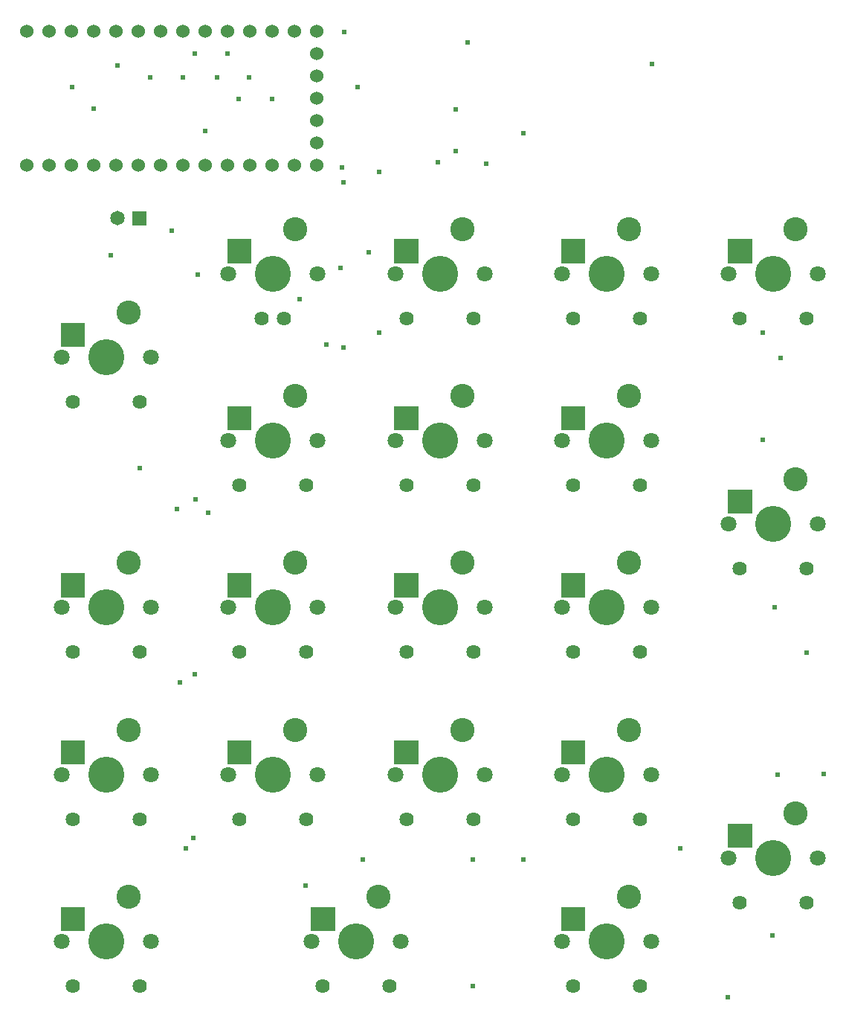
<source format=gbr>
G04 start of page 3 for group 1 idx 1 *
G04 Title: SFT-HW-0023, ground *
G04 Creator: pcb 20110918 *
G04 CreationDate: Fri 17 Apr 2015 10:20:38 PM GMT UTC *
G04 For: tgack *
G04 Format: Gerber/RS-274X *
G04 PCB-Dimensions: 380630 455118 *
G04 PCB-Coordinate-Origin: lower left *
%MOIN*%
%FSLAX25Y25*%
%LNGROUP1*%
%ADD45C,0.1575*%
%ADD44C,0.1440*%
%ADD43C,0.0430*%
%ADD42C,0.0400*%
%ADD41C,0.0669*%
%ADD40C,0.0350*%
%ADD39C,0.0120*%
%ADD38C,0.0240*%
%ADD37C,0.1615*%
%ADD36C,0.0650*%
%ADD35C,0.0001*%
%ADD34C,0.0640*%
%ADD33C,0.1080*%
%ADD32C,0.0709*%
%ADD31C,0.0600*%
%ADD30C,0.0100*%
G54D30*X100354Y350551D02*X99409Y349606D01*
G54D31*X5000Y389118D03*
X15000D03*
X25000D03*
X35000D03*
X45000D03*
G54D32*X60551Y303149D03*
G54D33*X50551Y323149D03*
G54D34*X55551Y283149D03*
G54D35*G36*
X20151Y318549D02*Y307749D01*
X30951D01*
Y318549D01*
X20151D01*
G37*
G36*
X52222Y368525D02*Y362025D01*
X58722D01*
Y368525D01*
X52222D01*
G37*
G54D36*X45472Y365275D03*
G54D31*X55000Y389118D03*
X65000D03*
X75000D03*
X85000D03*
X95000D03*
X105000D03*
X115000Y449118D03*
X105000D03*
X95000D03*
X85000D03*
X75000D03*
X65000D03*
X55000D03*
X45000D03*
X35000D03*
X25000D03*
X15000D03*
X5000D03*
G54D37*X115354Y340551D03*
G54D34*X120354Y320551D03*
X110354D03*
G54D33*X125354Y285748D03*
G54D32*X95354Y340551D03*
G54D35*G36*
X94954Y355951D02*Y345151D01*
X105754D01*
Y355951D01*
X94954D01*
G37*
G54D32*X95354Y265748D03*
G54D35*G36*
X94954Y281148D02*Y270348D01*
X105754D01*
Y281148D01*
X94954D01*
G37*
G54D34*X100354Y245748D03*
G54D37*X40551Y303149D03*
Y190945D03*
Y116142D03*
Y41338D03*
G54D32*X20551Y303149D03*
G54D34*X25551Y283149D03*
G54D32*X60551Y190945D03*
G54D33*X50551Y210945D03*
G54D34*X55551Y170945D03*
G54D32*X60551Y116142D03*
G54D33*X50551Y136142D03*
G54D32*X20551Y190945D03*
G54D35*G36*
X20151Y206345D02*Y195545D01*
X30951D01*
Y206345D01*
X20151D01*
G37*
G54D34*X25551Y170945D03*
G54D32*X20551Y116142D03*
G54D35*G36*
X20151Y131542D02*Y120742D01*
X30951D01*
Y131542D01*
X20151D01*
G37*
G54D34*X55551Y96142D03*
G54D32*X60551Y41338D03*
G54D33*X50551Y61338D03*
G54D34*X55551Y21338D03*
X25551Y96142D03*
G54D32*X20551Y41338D03*
G54D35*G36*
X20151Y56738D02*Y45938D01*
X30951D01*
Y56738D01*
X20151D01*
G37*
G54D34*X25551Y21338D03*
G54D37*X115354Y265748D03*
G54D34*X130354Y245748D03*
G54D37*X115354Y190945D03*
G54D33*X125354Y210945D03*
G54D37*X115354Y116142D03*
G54D33*X125354Y136142D03*
G54D32*X95354Y190945D03*
G54D34*X100354Y170945D03*
G54D32*X95354Y116142D03*
G54D35*G36*
X94954Y131542D02*Y120742D01*
X105754D01*
Y131542D01*
X94954D01*
G37*
G54D34*X100354Y96142D03*
G54D32*X135354Y190945D03*
G54D34*X130354Y170945D03*
G54D35*G36*
X94954Y206345D02*Y195545D01*
X105754D01*
Y206345D01*
X94954D01*
G37*
G54D32*X135354Y116142D03*
G54D34*X130354Y96142D03*
G54D32*X132756Y41338D03*
G54D35*G36*
X132356Y56738D02*Y45938D01*
X143156D01*
Y56738D01*
X132356D01*
G37*
G54D34*X137756Y21338D03*
G54D37*X264961Y190945D03*
X190157D03*
G54D32*X170157D03*
X210157D03*
G54D35*G36*
X169757Y206345D02*Y195545D01*
X180557D01*
Y206345D01*
X169757D01*
G37*
G54D33*X200157Y210945D03*
G54D32*X244961Y190945D03*
G54D34*X249961Y170945D03*
X205157D03*
X175157D03*
G54D32*X284961Y190945D03*
G54D33*X274961Y210945D03*
G54D34*X279961Y170945D03*
G54D32*X284961Y265748D03*
G54D33*X274961Y285748D03*
G54D34*X279961Y245748D03*
G54D35*G36*
X244561Y206345D02*Y195545D01*
X255361D01*
Y206345D01*
X244561D01*
G37*
G54D37*X264961Y265748D03*
G54D32*X244961D03*
G54D35*G36*
X244561Y281148D02*Y270348D01*
X255361D01*
Y281148D01*
X244561D01*
G37*
G54D34*X249961Y245748D03*
G54D37*X339764Y228346D03*
G54D32*X359764D03*
G54D33*X349764Y248346D03*
G54D34*X354764Y208346D03*
G54D32*X319764Y228346D03*
G54D35*G36*
X319364Y243746D02*Y232946D01*
X330164D01*
Y243746D01*
X319364D01*
G37*
G54D34*X324764Y208346D03*
G54D32*X244961Y41338D03*
G54D34*X279961Y21338D03*
X249961D03*
G54D37*X264961Y41338D03*
G54D32*X284961D03*
G54D35*G36*
X244561Y56738D02*Y45938D01*
X255361D01*
Y56738D01*
X244561D01*
G37*
G54D33*X274961Y61338D03*
G54D37*X339764Y78740D03*
G54D32*X319764D03*
G54D34*X324764Y58740D03*
G54D32*X359764Y78740D03*
G54D33*X349764Y98740D03*
G54D34*X354764Y58740D03*
G54D35*G36*
X319364Y94140D02*Y83340D01*
X330164D01*
Y94140D01*
X319364D01*
G37*
G54D37*X190157Y116142D03*
G54D32*X210157D03*
G54D33*X200157Y136142D03*
G54D34*X205157Y96142D03*
G54D32*X170157Y116142D03*
G54D35*G36*
X169757Y131542D02*Y120742D01*
X180557D01*
Y131542D01*
X169757D01*
G37*
G54D34*X175157Y96142D03*
G54D37*X264961Y116142D03*
G54D32*X244961D03*
X284961D03*
G54D34*X279961Y96142D03*
G54D35*G36*
X244561Y131542D02*Y120742D01*
X255361D01*
Y131542D01*
X244561D01*
G37*
G54D34*X249961Y96142D03*
G54D33*X274961Y136142D03*
G54D37*X152756Y41338D03*
G54D32*X172756D03*
G54D33*X162756Y61338D03*
G54D34*X167756Y21338D03*
G54D31*X115000Y389118D03*
X125000D03*
X135000D03*
Y399118D03*
Y409118D03*
Y419118D03*
Y429118D03*
G54D32*X135354Y265748D03*
G54D31*X135000Y439118D03*
Y449118D03*
X125000D03*
G54D32*X135354Y340551D03*
G54D33*X125354Y360551D03*
G54D37*X190157Y340551D03*
G54D32*X210157D03*
G54D33*X200157Y360551D03*
G54D34*X205157Y320551D03*
G54D32*X170157Y340551D03*
G54D35*G36*
X169757Y355951D02*Y345151D01*
X180557D01*
Y355951D01*
X169757D01*
G37*
G54D34*X175157Y320551D03*
G54D37*X264961Y340551D03*
G54D32*X244961D03*
G54D35*G36*
X244561Y355951D02*Y345151D01*
X255361D01*
Y355951D01*
X244561D01*
G37*
G54D34*X249961Y320551D03*
G54D37*X190157Y265748D03*
G54D32*X210157D03*
G54D33*X200157Y285748D03*
G54D34*X205157Y245748D03*
G54D32*X170157Y265748D03*
G54D35*G36*
X169757Y281148D02*Y270348D01*
X180557D01*
Y281148D01*
X169757D01*
G37*
G54D34*X175157Y245748D03*
G54D32*X284961Y340551D03*
G54D34*X279961Y320551D03*
G54D33*X274961Y360551D03*
X349764D03*
G54D37*X339764Y340551D03*
G54D32*X319764D03*
X359764D03*
G54D35*G36*
X319364Y355951D02*Y345151D01*
X330164D01*
Y355951D01*
X319364D01*
G37*
G54D34*X354764Y320551D03*
X324764D03*
G54D38*X73622Y157480D03*
X55512Y253543D03*
X72441Y235039D03*
X80709Y239370D03*
X80315Y161024D03*
X86220Y233464D03*
X127165Y329134D03*
X25197Y424016D03*
X104724Y428346D03*
X100000Y418898D03*
X114961D03*
X85039Y404331D03*
X81496Y340157D03*
X80315Y438976D03*
X94882D03*
X90157Y428346D03*
X42520Y348819D03*
X35039Y414567D03*
X45669Y433858D03*
X60236Y428346D03*
X74803D03*
X70079Y359842D03*
X205118Y21260D03*
X76378Y83071D03*
X129921Y66535D03*
X205118Y77953D03*
X155512D03*
X354724Y170866D03*
X298031Y83071D03*
X339370Y44094D03*
X341732Y116142D03*
X362205Y116535D03*
X319291Y16535D03*
X227559Y77953D03*
X79528Y87795D03*
X340157Y190945D03*
X335039Y314173D03*
Y266142D03*
X342913Y302756D03*
X146850Y307480D03*
X158268Y350000D03*
X162992Y314173D03*
X145669Y342913D03*
X139370Y308661D03*
X189370Y390551D03*
X197244Y414173D03*
Y395275D03*
X202756Y444094D03*
X211024Y389764D03*
X285433Y434252D03*
X227559Y403543D03*
X162992Y386220D03*
X146850Y381496D03*
X153150Y424016D03*
X146457Y388189D03*
X147244Y448819D03*
G54D39*G54D40*G54D41*G54D31*G54D42*G54D31*G54D43*G54D44*G54D40*G54D45*G54D42*G54D31*G54D41*G54D31*G54D41*G54D31*G54D42*G54D45*G54D41*G54D42*G54D44*G54D41*G54D31*G54D42*G54D41*G54D31*G54D41*G54D31*G54D42*G54D41*G54D31*G54D42*G54D41*G54D31*G54D42*G54D41*G54D31*G54D42*G54D45*G54D42*G54D45*G54D31*G54D45*G54D31*G54D41*G54D42*G54D41*G54D31*G54D42*G54D44*G54D41*G54D42*G54D31*G54D41*G54D42*G54D41*G54D31*G54D42*G54D45*G54D41*G54D31*G54D41*G54D42*G54D41*G54D31*G54D42*G54D41*G54D31*G54D42*G54D31*G54D45*G54D41*G54D31*G54D42*G54D45*G54D41*G54D31*G54D42*G54D41*G54D31*G54D42*G54D41*G54D42*G54D45*G54D41*G54D31*G54D45*G54D41*G54D42*G54D41*G54D31*G54D42*G54D44*G54D31*G54D45*G54D41*G54D31*G54D42*G54D41*G54D31*G54D42*G54D45*G54D41*G54D42*G54D31*G54D42*G54D31*G54D45*G54D41*G54D31*G54D42*G54D40*G54D41*G54D40*G54D41*G54D31*G54D45*G54D41*G54D31*G54D42*G54D41*G54D31*G54D42*G54D45*G54D41*G54D31*G54D42*G54D45*G54D41*G54D31*G54D42*G54D41*G54D31*G54D42*G54D41*G54D42*G54D31*G54D45*G54D41*G54D31*G54D42*G54D44*M02*

</source>
